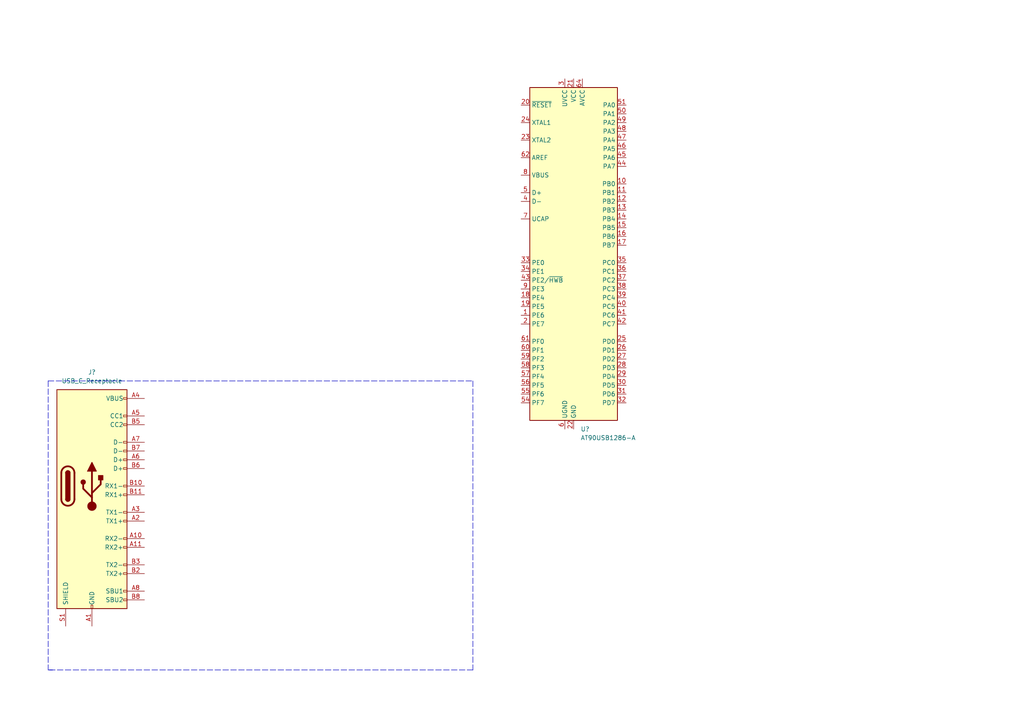
<source format=kicad_sch>
(kicad_sch (version 20211123) (generator eeschema)
  (paper "A4")
  (lib_symbols
    (symbol "Connector:USB_C_Receptacle" (pin_names (offset 1.016))
      (property "Reference" "J" (at -10.16 29.21 0))
      (property "Value" "USB_C_Receptacle" (at 10.16 29.21 0))
      (symbol "USB_C_Receptacle_0_0"
        (rectangle (start -0.254 -35.56) (end 0.254 -34.544))
        (rectangle (start 10.16 -32.766) (end 9.144 -33.274))
        (rectangle (start 10.16 -30.226) (end 9.144 -30.734))
        (rectangle (start 10.16 -25.146) (end 9.144 -25.654))
        (rectangle (start 10.16 -22.606) (end 9.144 -23.114))
        (rectangle (start 10.16 -17.526) (end 9.144 -18.034))
        (rectangle (start 10.16 -14.986) (end 9.144 -15.494))
        (rectangle (start 10.16 -9.906) (end 9.144 -10.414))
        (rectangle (start 10.16 -7.366) (end 9.144 -7.874))
        (rectangle (start 10.16 -2.286) (end 9.144 -2.794))
        (rectangle (start 10.16 0.254) (end 9.144 -0.254))
        (rectangle (start 10.16 5.334) (end 9.144 4.826))
        (rectangle (start 10.16 7.874) (end 9.144 7.366))
        (rectangle (start 10.16 10.414) (end 9.144 9.906))
        (rectangle (start 10.16 12.954) (end 9.144 12.446))
        (rectangle (start 10.16 18.034) (end 9.144 17.526))
        (rectangle (start 10.16 20.574) (end 9.144 20.066))
        (rectangle (start 10.16 25.654) (end 9.144 25.146))
      )
      (symbol "USB_C_Receptacle_0_1"
        (rectangle (start -10.16 27.94) (end 10.16 -35.56) (stroke (width 0.254)) (fill (type background)))
        (arc (start -8.89 -3.81) (mid -6.985 -5.715) (end -5.08 -3.81) (stroke (width 0.508)))
        (arc (start -7.62 -3.81) (mid -6.985 -4.445) (end -6.35 -3.81) (stroke (width 0.254)))
        (arc (start -7.62 -3.81) (mid -6.985 -4.445) (end -6.35 -3.81) (stroke (width 0.254)) (fill (type outline)))
        (rectangle (start -7.62 -3.81) (end -6.35 3.81) (stroke (width 0.254)) (fill (type outline)))
        (arc (start -6.35 3.81) (mid -6.985 4.445) (end -7.62 3.81) (stroke (width 0.254)))
        (arc (start -6.35 3.81) (mid -6.985 4.445) (end -7.62 3.81) (stroke (width 0.254)) (fill (type outline)))
        (arc (start -5.08 3.81) (mid -6.985 5.715) (end -8.89 3.81) (stroke (width 0.508)))
        (polyline (pts (xy -8.89 -3.81) (xy -8.89 3.81)) (stroke (width 0.508)))
        (polyline (pts (xy -5.08 3.81) (xy -5.08 -3.81)) (stroke (width 0.508)))
      )
      (symbol "USB_C_Receptacle_1_1"
        (circle (center -2.54 1.143) (radius 0.635) (stroke (width 0.254)) (fill (type outline)))
        (circle (center 0 -5.842) (radius 1.27) (fill (type outline)))
        (polyline (pts (xy 0 -5.842) (xy 0 4.318)) (stroke (width 0.508)))
        (polyline (pts (xy 0 -3.302) (xy -2.54 -0.762) (xy -2.54 0.508)) (stroke (width 0.508)))
        (polyline (pts (xy 0 -2.032) (xy 2.54 0.508) (xy 2.54 1.778)) (stroke (width 0.508)))
        (polyline (pts (xy -1.27 4.318) (xy 0 6.858) (xy 1.27 4.318) (xy -1.27 4.318)) (stroke (width 0.254)) (fill (type outline)))
        (rectangle (start 1.905 1.778) (end 3.175 3.048) (stroke (width 0.254)) (fill (type outline)))
        (pin passive line (at 0 -40.64 90) (length 5.08) (name "GND") (number "A1"))
        (pin bidirectional line (at 15.24 -15.24 180) (length 5.08) (name "RX2-") (number "A10"))
        (pin bidirectional line (at 15.24 -17.78 180) (length 5.08) (name "RX2+") (number "A11"))
        (pin passive line (at 0 -40.64 90) (length 5.08) hide (name "GND") (number "A12"))
        (pin bidirectional line (at 15.24 -10.16 180) (length 5.08) (name "TX1+") (number "A2"))
        (pin bidirectional line (at 15.24 -7.62 180) (length 5.08) (name "TX1-") (number "A3"))
        (pin passive line (at 15.24 25.4 180) (length 5.08) (name "VBUS") (number "A4"))
        (pin bidirectional line (at 15.24 20.32 180) (length 5.08) (name "CC1") (number "A5"))
        (pin bidirectional line (at 15.24 7.62 180) (length 5.08) (name "D+") (number "A6"))
        (pin bidirectional line (at 15.24 12.7 180) (length 5.08) (name "D-") (number "A7"))
        (pin bidirectional line (at 15.24 -30.48 180) (length 5.08) (name "SBU1") (number "A8"))
        (pin passive line (at 15.24 25.4 180) (length 5.08) hide (name "VBUS") (number "A9"))
        (pin passive line (at 0 -40.64 90) (length 5.08) hide (name "GND") (number "B1"))
        (pin bidirectional line (at 15.24 0 180) (length 5.08) (name "RX1-") (number "B10"))
        (pin bidirectional line (at 15.24 -2.54 180) (length 5.08) (name "RX1+") (number "B11"))
        (pin passive line (at 0 -40.64 90) (length 5.08) hide (name "GND") (number "B12"))
        (pin bidirectional line (at 15.24 -25.4 180) (length 5.08) (name "TX2+") (number "B2"))
        (pin bidirectional line (at 15.24 -22.86 180) (length 5.08) (name "TX2-") (number "B3"))
        (pin passive line (at 15.24 25.4 180) (length 5.08) hide (name "VBUS") (number "B4"))
        (pin bidirectional line (at 15.24 17.78 180) (length 5.08) (name "CC2") (number "B5"))
        (pin bidirectional line (at 15.24 5.08 180) (length 5.08) (name "D+") (number "B6"))
        (pin bidirectional line (at 15.24 10.16 180) (length 5.08) (name "D-") (number "B7"))
        (pin bidirectional line (at 15.24 -33.02 180) (length 5.08) (name "SBU2") (number "B8"))
        (pin passive line (at 15.24 25.4 180) (length 5.08) hide (name "VBUS") (number "B9"))
        (pin passive line (at -7.62 -40.64 90) (length 5.08) (name "SHIELD") (number "S1"))
      )
    )
    (symbol "MCU_Microchip_AVR:AT90USB1286-A"
      (property "Reference" "U" (at -12.7 49.53 0))
      (property "Value" "AT90USB1286-A" (at 2.54 -49.53 0))
      (symbol "AT90USB1286-A_0_1"
        (rectangle (start -12.7 -48.26) (end 12.7 48.26) (stroke (width 0.254)) (fill (type background)))
      )
      (symbol "AT90USB1286-A_1_1"
        (pin bidirectional line (at -15.24 -17.78 0) (length 2.54) (name "PE6") (number "1"))
        (pin bidirectional line (at 15.24 20.32 180) (length 2.54) (name "PB0") (number "10"))
        (pin bidirectional line (at 15.24 17.78 180) (length 2.54) (name "PB1") (number "11"))
        (pin bidirectional line (at 15.24 15.24 180) (length 2.54) (name "PB2") (number "12"))
        (pin bidirectional line (at 15.24 12.7 180) (length 2.54) (name "PB3") (number "13"))
        (pin bidirectional line (at 15.24 10.16 180) (length 2.54) (name "PB4") (number "14"))
        (pin bidirectional line (at 15.24 7.62 180) (length 2.54) (name "PB5") (number "15"))
        (pin bidirectional line (at 15.24 5.08 180) (length 2.54) (name "PB6") (number "16"))
        (pin bidirectional line (at 15.24 2.54 180) (length 2.54) (name "PB7") (number "17"))
        (pin bidirectional line (at -15.24 -12.7 0) (length 2.54) (name "PE4") (number "18"))
        (pin bidirectional line (at -15.24 -15.24 0) (length 2.54) (name "PE5") (number "19"))
        (pin bidirectional line (at -15.24 -20.32 0) (length 2.54) (name "PE7") (number "2"))
        (pin input line (at -15.24 43.18 0) (length 2.54) (name "~{RESET}") (number "20"))
        (pin power_in line (at 0 50.8 270) (length 2.54) (name "VCC") (number "21"))
        (pin power_in line (at 0 -50.8 90) (length 2.54) (name "GND") (number "22"))
        (pin output line (at -15.24 33.02 0) (length 2.54) (name "XTAL2") (number "23"))
        (pin input line (at -15.24 38.1 0) (length 2.54) (name "XTAL1") (number "24"))
        (pin bidirectional line (at 15.24 -25.4 180) (length 2.54) (name "PD0") (number "25"))
        (pin bidirectional line (at 15.24 -27.94 180) (length 2.54) (name "PD1") (number "26"))
        (pin bidirectional line (at 15.24 -30.48 180) (length 2.54) (name "PD2") (number "27"))
        (pin bidirectional line (at 15.24 -33.02 180) (length 2.54) (name "PD3") (number "28"))
        (pin bidirectional line (at 15.24 -35.56 180) (length 2.54) (name "PD4") (number "29"))
        (pin power_in line (at -2.54 50.8 270) (length 2.54) (name "UVCC") (number "3"))
        (pin bidirectional line (at 15.24 -38.1 180) (length 2.54) (name "PD5") (number "30"))
        (pin bidirectional line (at 15.24 -40.64 180) (length 2.54) (name "PD6") (number "31"))
        (pin bidirectional line (at 15.24 -43.18 180) (length 2.54) (name "PD7") (number "32"))
        (pin bidirectional line (at -15.24 -2.54 0) (length 2.54) (name "PE0") (number "33"))
        (pin bidirectional line (at -15.24 -5.08 0) (length 2.54) (name "PE1") (number "34"))
        (pin bidirectional line (at 15.24 -2.54 180) (length 2.54) (name "PC0") (number "35"))
        (pin bidirectional line (at 15.24 -5.08 180) (length 2.54) (name "PC1") (number "36"))
        (pin bidirectional line (at 15.24 -7.62 180) (length 2.54) (name "PC2") (number "37"))
        (pin bidirectional line (at 15.24 -10.16 180) (length 2.54) (name "PC3") (number "38"))
        (pin bidirectional line (at 15.24 -12.7 180) (length 2.54) (name "PC4") (number "39"))
        (pin bidirectional line (at -15.24 15.24 0) (length 2.54) (name "D-") (number "4"))
        (pin bidirectional line (at 15.24 -15.24 180) (length 2.54) (name "PC5") (number "40"))
        (pin bidirectional line (at 15.24 -17.78 180) (length 2.54) (name "PC6") (number "41"))
        (pin bidirectional line (at 15.24 -20.32 180) (length 2.54) (name "PC7") (number "42"))
        (pin bidirectional line (at -15.24 -7.62 0) (length 2.54) (name "PE2/~{HWB}") (number "43"))
        (pin bidirectional line (at 15.24 25.4 180) (length 2.54) (name "PA7") (number "44"))
        (pin bidirectional line (at 15.24 27.94 180) (length 2.54) (name "PA6") (number "45"))
        (pin bidirectional line (at 15.24 30.48 180) (length 2.54) (name "PA5") (number "46"))
        (pin bidirectional line (at 15.24 33.02 180) (length 2.54) (name "PA4") (number "47"))
        (pin bidirectional line (at 15.24 35.56 180) (length 2.54) (name "PA3") (number "48"))
        (pin bidirectional line (at 15.24 38.1 180) (length 2.54) (name "PA2") (number "49"))
        (pin bidirectional line (at -15.24 17.78 0) (length 2.54) (name "D+") (number "5"))
        (pin bidirectional line (at 15.24 40.64 180) (length 2.54) (name "PA1") (number "50"))
        (pin bidirectional line (at 15.24 43.18 180) (length 2.54) (name "PA0") (number "51"))
        (pin passive line (at 0 50.8 270) (length 2.54) hide (name "VCC") (number "52"))
        (pin passive line (at 0 -50.8 90) (length 2.54) hide (name "GND") (number "53"))
        (pin bidirectional line (at -15.24 -43.18 0) (length 2.54) (name "PF7") (number "54"))
        (pin bidirectional line (at -15.24 -40.64 0) (length 2.54) (name "PF6") (number "55"))
        (pin bidirectional line (at -15.24 -38.1 0) (length 2.54) (name "PF5") (number "56"))
        (pin bidirectional line (at -15.24 -35.56 0) (length 2.54) (name "PF4") (number "57"))
        (pin bidirectional line (at -15.24 -33.02 0) (length 2.54) (name "PF3") (number "58"))
        (pin bidirectional line (at -15.24 -30.48 0) (length 2.54) (name "PF2") (number "59"))
        (pin power_in line (at -2.54 -50.8 90) (length 2.54) (name "UGND") (number "6"))
        (pin bidirectional line (at -15.24 -27.94 0) (length 2.54) (name "PF1") (number "60"))
        (pin bidirectional line (at -15.24 -25.4 0) (length 2.54) (name "PF0") (number "61"))
        (pin passive line (at -15.24 27.94 0) (length 2.54) (name "AREF") (number "62"))
        (pin passive line (at 0 -50.8 90) (length 2.54) hide (name "GND") (number "63"))
        (pin power_in line (at 2.54 50.8 270) (length 2.54) (name "AVCC") (number "64"))
        (pin passive line (at -15.24 10.16 0) (length 2.54) (name "UCAP") (number "7"))
        (pin input line (at -15.24 22.86 0) (length 2.54) (name "VBUS") (number "8"))
        (pin bidirectional line (at -15.24 -10.16 0) (length 2.54) (name "PE3") (number "9"))
      )
    )
  )
  (polyline (pts (xy 13.97 110.49) (xy 13.97 194.31)))
  (polyline (pts (xy 137.16 110.49) (xy 137.16 194.31)))
  (polyline (pts (xy 13.97 110.49) (xy 137.16 110.49)))
  (polyline (pts (xy 137.16 194.31) (xy 13.97 194.31)))
  (polyline (pts (xy 13.97 194.31) (xy 15.24 194.31)))
  (symbol (lib_id "Connector:USB_C_Receptacle") (at 26.67 140.97 0) (unit 1)
    (property "Reference" "J?" (at 26.67 107.95 0))
    (property "Value" "USB_C_Receptacle" (at 26.67 110.49 0))
    (property "Datasheet" "https://www.usb.org/sites/default/files/documents/usb_type-c.zip" (effects hide))
  )
  (symbol (lib_id "MCU_Microchip_AVR:AT90USB1286-A") (at 166.37 73.66 0) (unit 1)
    (property "Reference" "U?" (at 168.3894 124.46 0) (effects (justify left)))
    (property "Value" "AT90USB1286-A" (at 168.3894 127 0) (effects (justify left)))
    (property "Footprint" "Package_QFP:TQFP-64_14x14mm_P0.8mm" (effects hide))
    (property "Datasheet" "http://ww1.microchip.com/downloads/en/DeviceDoc/doc7593.pdf" (effects hide))
  )
)
</source>
